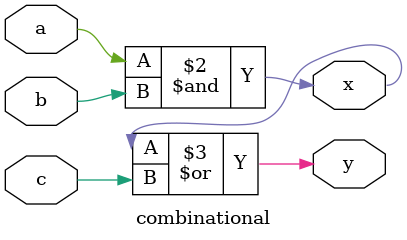
<source format=v>
module testbench;
    reg a,b,c;
    wire x,y;
    
    combinational mycircuit(a,b,c,x,y);

    initial
    begin
        a = 1'b1;
        b = 1'b1;
        c = 1'b0; 
    end

    initial
    begin
        $monitor("TIME = %g a = %b b = %b c = %b x = %b y = %b", $time,a,b,c,x,y);
        #5 a = 1'b0;
        #5 $finish;
    end
endmodule


module combinational(a,b,c,x,y);
    input a,b,c;
    output reg x,y;

    always @ (a,b,c)
    begin
        x = a & b;
        y = x | c;
    end
endmodule
</source>
